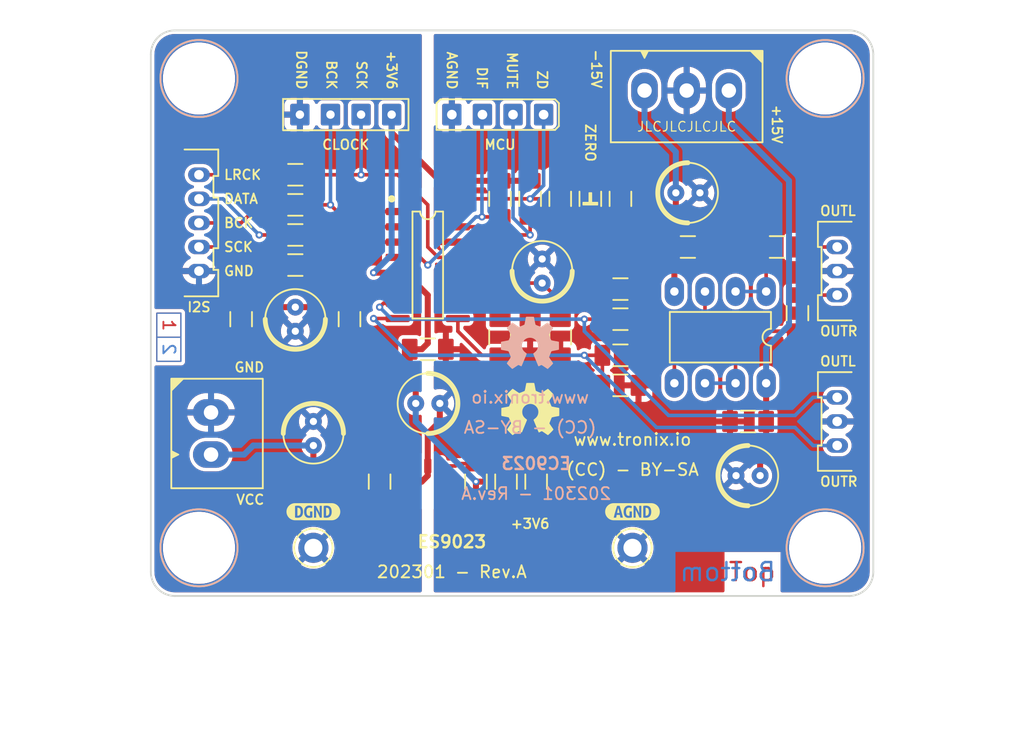
<source format=kicad_pcb>
(kicad_pcb (version 20211014) (generator pcbnew)
  (title_block (title "ES9023") (date "01/2023") (rev "A"))
  (layers (0 "F.Cu" signal) (31 "B.Cu" signal) (34 "B.Paste" user) (35 "F.Paste" user) (36 "B.SilkS" user "B.Silkscreen") (37 "F.SilkS" user "F.Silkscreen") (38 "B.Mask" user) (39 "F.Mask" user) (44 "Edge.Cuts" user))
  (net 0 "")
  (net 1 "VCC")
  (net 2 "Net-(C1-Pad2)")
  (net 3 "Net-(LED1-Pad2)")
  (net 4 "/LRCK")
  (net 5 "/DATA")
  (net 6 "SCK")
  (net 7 "BCK")
  (net 9 "Net-(C1-Pad1)")
  (net 10 "Net-(C3-Pad1)")
  (net 11 "AGND")
  (net 12 "+3V6")
  (net 13 "/OUTL")
  (net 14 "/OUTR")
  (net 15 "+15V")
  (net 16 "-15V")
  (net 17 "Net-(K1-Pad1)")
  (net 18 "Net-(K1-Pad2)")
  (net 19 "Net-(K1-Pad3)")
  (net 20 "Net-(K1-Pad4)")
  (net 21 "Net-(K3-Pad1)")
  (net 22 "Net-(K3-Pad3)")
  (net 23 "Net-(R6-Pad2)")
  (net 24 "Net-(R8-Pad1)")
  (net 25 "Net-(R10-Pad1)")
  (net 26 "Net-(R13-Pad2)")
  (net 27 "Net-(R9-Pad2)")
  (net 28 "/~{MUTE}")
  (net 29 "/DIF")
  (net 30 "/ZD")
  (footprint "tronixio:MOLEX-532530370" (layer "F.Cu") (at 178 88 -90)
    (fp_text reference "K5" hide)
    (fp_text value "OUT 2")
    (pad "1" thru_hole oval (at 4 0 270) (size 1.2 1.8) (drill 0.8) (layers *.Cu *.Mask) (net 14 "/OUTR"))
    (pad "2" thru_hole oval (at 2 0 270) (size 1.2 1.8) (drill 0.8) (layers *.Cu *.Mask) (net 11 "AGND"))
    (pad "3" thru_hole oval (at 0 0 270) (size 1.2 1.8) (drill 0.8) (layers *.Cu *.Mask) (net 13 "/OUTL"))
  )
  (footprint "tronixio:KEYSTONE-5006" (layer "F.Cu") (at 134.5 100.5)
    (fp_text reference "TP1" hide)
    (fp_text value "GND")
    (pad "1" thru_hole circle (at 0 0) (size 2.5 2.5) (drill 1.5) (layers *.Cu *.Mask) (net 11 "AGND"))
  )
  (footprint "tronixio:RESISTOR-SMD-1206" (layer "F.Cu") (at 133 69.5)
    (fp_text reference "R3" hide)
    (fp_text value "10Ω")
    (pad "1" smd roundrect (at -1.5 0) (size 1.3 1.75) (layers "F.Cu" "F.Paste" "F.Mask") (roundrect_rratio 0.1) (net 17 "Net-(K1-Pad1)"))
    (pad "2" smd roundrect (at 1.5 0) (size 1.3 1.75) (layers "F.Cu" "F.Paste" "F.Mask") (roundrect_rratio 0.1) (net 6 "SCK"))
  )
  (footprint "tronixio:HARWIN-M20-999044x" (layer "F.Cu") (at 146 64.5 90)
    (fp_text reference "K2" hide)
    (fp_text value "MCU")
    (pad "1" thru_hole roundrect (at 0 0 90) (size 1.8 1.6) (drill 0.8) (layers *.Mask "F.Cu" "In1.Cu" "B.Cu") (roundrect_rratio 0.1) (net 11 "AGND"))
    (pad "2" thru_hole roundrect (at 0 2.54 90) (size 1.8 1.6) (drill 0.8) (layers *.Mask "F.Cu" "In1.Cu" "B.Cu") (roundrect_rratio 0.1) (net 29 "/DIF"))
    (pad "3" thru_hole roundrect (at 0 5.08 90) (size 1.8 1.6) (drill 0.8) (layers *.Mask "F.Cu" "In1.Cu" "B.Cu") (roundrect_rratio 0.1) (net 28 "/~{MUTE}"))
    (pad "4" thru_hole roundrect (at 0 7.62 90) (size 1.8 1.6) (drill 0.8) (layers *.Mask "F.Cu" "In1.Cu" "B.Cu") (roundrect_rratio 0.1) (net 30 "/ZD"))
  )
  (footprint "tronixio:MOUNTING-HOLE-3MM-MASK" (layer "F.Cu") (at 125 100.5)
    (fp_text reference "H1" hide)
    (fp_text value "MOUNTING-HOLE-3MM-MASK" hide)
    (pad "" np_thru_hole circle (at 0 0) (size 3 3) (drill 3) (layers F&B.Cu *.Mask) (clearance 1.5))
  )
  (footprint "tronixio:RESISTOR-SMD-1206" (layer "F.Cu") (at 160 81.5)
    (fp_text reference "R6" hide)
    (fp_text value "100Ω")
    (pad "1" smd roundrect (at -1.5 0) (size 1.3 1.75) (layers "F.Cu" "F.Paste" "F.Mask") (roundrect_rratio 0.1) (net 13 "/OUTL"))
    (pad "2" smd roundrect (at 1.5 0) (size 1.3 1.75) (layers "F.Cu" "F.Paste" "F.Mask") (roundrect_rratio 0.1) (net 23 "Net-(R6-Pad2)"))
  )
  (footprint "tronixio:CAPACITOR-SMD-1206" (layer "F.Cu") (at 160 79)
    (fp_text reference "C10" hide)
    (fp_text value "4n7")
    (pad "1" smd roundrect (at -1.5 0) (size 1.3 1.75) (layers "F.Cu" "F.Paste" "F.Mask") (roundrect_rratio 0.1) (net 13 "/OUTL"))
    (pad "2" smd roundrect (at 1.5 0) (size 1.3 1.75) (layers "F.Cu" "F.Paste" "F.Mask") (roundrect_rratio 0.1) (net 11 "AGND"))
  )
  (footprint "tronixio:CAPACITOR-SMD-1206" (layer "F.Cu") (at 140 95 90)
    (fp_text reference "C17" hide)
    (fp_text value "1µ")
    (pad "1" smd roundrect (at -1.5 0 90) (size 1.3 1.75) (layers "F.Cu" "F.Paste" "F.Mask") (roundrect_rratio 0.1) (net 1 "VCC"))
    (pad "2" smd roundrect (at 1.5 0 90) (size 1.3 1.75) (layers "F.Cu" "F.Paste" "F.Mask") (roundrect_rratio 0.1) (net 11 "AGND"))
  )
  (footprint "tronixio:RESISTOR-SMD-1206" (layer "F.Cu") (at 174.7 81 90)
    (fp_text reference "R10" hide)
    (fp_text value "100Ω")
    (pad "1" smd roundrect (at -1.5 0 90) (size 1.3 1.75) (layers "F.Cu" "F.Paste" "F.Mask") (roundrect_rratio 0.1) (net 25 "Net-(R10-Pad1)"))
    (pad "2" smd roundrect (at 1.5 0 90) (size 1.3 1.75) (layers "F.Cu" "F.Paste" "F.Mask") (roundrect_rratio 0.1) (net 21 "Net-(K3-Pad1)"))
  )
  (footprint "tronixio:CAPACITOR-SMD-1206" (layer "F.Cu") (at 165.6 75.5 180)
    (fp_text reference "C15" hide)
    (fp_text value "100n")
    (pad "1" smd roundrect (at -1.5 0 180) (size 1.3 1.75) (layers "F.Cu" "F.Paste" "F.Mask") (roundrect_rratio 0.1) (net 11 "AGND"))
    (pad "2" smd roundrect (at 1.5 0 180) (size 1.3 1.75) (layers "F.Cu" "F.Paste" "F.Mask") (roundrect_rratio 0.1) (net 16 "-15V"))
  )
  (footprint "tronixio:CAPACITOR-SMD-1206" (layer "F.Cu") (at 155 71.5 90)
    (fp_text reference "C2" hide)
    (fp_text value "2µ2")
    (pad "1" smd roundrect (at -1.5 0 90) (size 1.3 1.75) (layers "F.Cu" "F.Paste" "F.Mask") (roundrect_rratio 0.1) (net 28 "/~{MUTE}"))
    (pad "2" smd roundrect (at 1.5 0 90) (size 1.3 1.75) (layers "F.Cu" "F.Paste" "F.Mask") (roundrect_rratio 0.1) (net 11 "AGND"))
  )
  (footprint "tronixio:CAPACITOR-SMD-1206" (layer "F.Cu") (at 155 83 -90)
    (fp_text reference "C4" hide)
    (fp_text value "1µ")
    (pad "1" smd roundrect (at -1.5 0 270) (size 1.3 1.75) (layers "F.Cu" "F.Paste" "F.Mask") (roundrect_rratio 0.1) (net 10 "Net-(C3-Pad1)"))
    (pad "2" smd roundrect (at 1.5 0 270) (size 1.3 1.75) (layers "F.Cu" "F.Paste" "F.Mask") (roundrect_rratio 0.1) (net 11 "AGND"))
  )
  (footprint "tronixio:CAPACITOR-SMD-1206" (layer "F.Cu") (at 170.6 90 180)
    (fp_text reference "C13" hide)
    (fp_text value "100n")
    (pad "1" smd roundrect (at -1.5 0 180) (size 1.3 1.75) (layers "F.Cu" "F.Paste" "F.Mask") (roundrect_rratio 0.1) (net 15 "+15V"))
    (pad "2" smd roundrect (at 1.5 0 180) (size 1.3 1.75) (layers "F.Cu" "F.Paste" "F.Mask") (roundrect_rratio 0.1) (net 11 "AGND"))
  )
  (footprint "tronixio:CAPACITOR-SMD-1206" (layer "F.Cu") (at 137.5 81.5 -90)
    (fp_text reference "C6" hide)
    (fp_text value "100n")
    (pad "1" smd roundrect (at -1.5 0 270) (size 1.3 1.75) (layers "F.Cu" "F.Paste" "F.Mask") (roundrect_rratio 0.1) (net 12 "+3V6"))
    (pad "2" smd roundrect (at 1.5 0 270) (size 1.3 1.75) (layers "F.Cu" "F.Paste" "F.Mask") (roundrect_rratio 0.1) (net 11 "AGND"))
  )
  (footprint "tronixio:CAPACITOR-ELECTROLYTIC-RADIAL-050-110-020-WURTH" (layer "F.Cu") (at 153.5 77.5 -90)
    (fp_text reference "C5" hide)
    (fp_text value "10µ")
    (pad "1" thru_hole circle (at -1 0 270) (size 1.4 1.4) (drill 0.6) (layers *.Cu *.Mask) (net 11 "AGND"))
    (pad "2" thru_hole circle (at 1 0 270) (size 1.4 1.4) (drill 0.6) (layers *.Cu *.Mask) (net 10 "Net-(C3-Pad1)"))
  )
  (footprint "tronixio:CAPACITOR-SMD-1206" (layer "F.Cu") (at 150 83 -90)
    (fp_text reference "C1" hide)
    (fp_text value "1µ")
    (pad "1" smd roundrect (at -1.5 0 270) (size 1.3 1.75) (layers "F.Cu" "F.Paste" "F.Mask") (roundrect_rratio 0.1) (net 9 "Net-(C1-Pad1)"))
    (pad "2" smd roundrect (at 1.5 0 270) (size 1.3 1.75) (layers "F.Cu" "F.Paste" "F.Mask") (roundrect_rratio 0.1) (net 2 "Net-(C1-Pad2)"))
  )
  (footprint "tronixio:RESISTOR-SMD-1206" (layer "F.Cu") (at 150 71.5 -90)
    (fp_text reference "R2" hide)
    (fp_text value "10K")
    (pad "1" smd roundrect (at -1.5 0 270) (size 1.3 1.75) (layers "F.Cu" "F.Paste" "F.Mask") (roundrect_rratio 0.1) (net 12 "+3V6"))
    (pad "2" smd roundrect (at 1.5 0 270) (size 1.3 1.75) (layers "F.Cu" "F.Paste" "F.Mask") (roundrect_rratio 0.1) (net 29 "/DIF"))
  )
  (footprint "tronixio:CAPACITOR-ELECTROLYTIC-RADIAL-050-110-020-WURTH" (layer "F.Cu") (at 144 88.5)
    (fp_text reference "C9" hide)
    (fp_text value "10µ")
    (pad "1" thru_hole circle (at -1 0) (size 1.4 1.4) (drill 0.6) (layers *.Cu *.Mask) (net 12 "+3V6"))
    (pad "2" thru_hole circle (at 1 0) (size 1.4 1.4) (drill 0.6) (layers *.Cu *.Mask) (net 11 "AGND"))
  )
  (footprint "tronixio:SOT-23-5" (layer "F.Cu") (at 144 95 -90)
    (fp_text reference "U3" hide)
    (fp_text value "BD900N1G")
    (pad "1" smd roundrect (at -1.3 -0.95 270) (size 1.2 0.6) (layers "F.Cu" "F.Paste" "F.Mask") (roundrect_rratio 0.15) (net 26 "Net-(R13-Pad2)"))
    (pad "2" smd roundrect (at -1.3 0 270) (size 1.2 0.6) (layers "F.Cu" "F.Paste" "F.Mask") (roundrect_rratio 0.15) (net 11 "AGND"))
    (pad "3" smd roundrect (at -1.3 0.95 270) (size 1.2 0.6) (layers "F.Cu" "F.Paste" "F.Mask") (roundrect_rratio 0.15))
    (pad "4" smd roundrect (at 1.3 0.95 270) (size 1.2 0.6) (layers "F.Cu" "F.Paste" "F.Mask") (roundrect_rratio 0.15) (net 1 "VCC"))
    (pad "5" smd roundrect (at 1.3 -0.95 270) (size 1.2 0.6) (layers "F.Cu" "F.Paste" "F.Mask") (roundrect_rratio 0.15) (net 12 "+3V6"))
  )
  (footprint "tronixio:SOP-16" (layer "F.Cu") (at 144 77)
    (fp_text reference "U1" hide)
    (fp_text value "ES9023")
    (pad "1" smd roundrect (at -2.5 -4.445) (size 2 0.6) (layers "F.Cu" "F.Paste" "F.Mask") (roundrect_rratio 0.2) (net 7 "BCK"))
    (pad "2" smd roundrect (at -2.5 -3.175) (size 2 0.6) (layers "F.Cu" "F.Paste" "F.Mask") (roundrect_rratio 0.2) (net 4 "/LRCK"))
    (pad "3" smd roundrect (at -2.5 -1.905) (size 2 0.6) (layers "F.Cu" "F.Paste" "F.Mask") (roundrect_rratio 0.2) (net 5 "/DATA"))
    (pad "4" smd roundrect (at -2.5 -0.635) (size 2 0.6) (layers "F.Cu" "F.Paste" "F.Mask") (roundrect_rratio 0.2) (net 29 "/DIF"))
    (pad "5" smd roundrect (at -2.5 0.635) (size 2 0.6) (layers "F.Cu" "F.Paste" "F.Mask") (roundrect_rratio 0.2) (net 12 "+3V6"))
    (pad "6" smd roundrect (at -2.5 1.905) (size 2 0.6) (layers "F.Cu" "F.Paste" "F.Mask") (roundrect_rratio 0.2) (net 12 "+3V6"))
    (pad "7" smd roundrect (at -2.5 3.175) (size 2 0.6) (layers "F.Cu" "F.Paste" "F.Mask") (roundrect_rratio 0.2) (net 13 "/OUTL"))
    (pad "8" smd roundrect (at -2.5 4.445) (size 2 0.6) (layers "F.Cu" "F.Paste" "F.Mask") (roundrect_rratio 0.2) (net 14 "/OUTR"))
    (pad "9" smd roundrect (at 2.5 4.445) (size 2 0.6) (layers "F.Cu" "F.Paste" "F.Mask") (roundrect_rratio 0.2) (net 2 "Net-(C1-Pad2)"))
    (pad "10" smd roundrect (at 2.5 3.175) (size 2 0.6) (layers "F.Cu" "F.Paste" "F.Mask") (roundrect_rratio 0.2) (net 9 "Net-(C1-Pad1)"))
    (pad "11" smd roundrect (at 2.5 1.905) (size 2 0.6) (layers "F.Cu" "F.Paste" "F.Mask") (roundrect_rratio 0.2) (net 10 "Net-(C3-Pad1)"))
    (pad "12" smd roundrect (at 2.5 0.635) (size 2 0.6) (layers "F.Cu" "F.Paste" "F.Mask") (roundrect_rratio 0.2) (net 11 "AGND"))
    (pad "13" smd roundrect (at 2.5 -0.635) (size 2 0.6) (layers "F.Cu" "F.Paste" "F.Mask") (roundrect_rratio 0.2) (net 6 "SCK"))
    (pad "14" smd roundrect (at 2.5 -1.905) (size 2 0.6) (layers "F.Cu" "F.Paste" "F.Mask") (roundrect_rratio 0.2) (net 11 "AGND"))
    (pad "15" smd roundrect (at 2.5 -3.175) (size 2 0.6) (layers "F.Cu" "F.Paste" "F.Mask") (roundrect_rratio 0.2) (net 28 "/~{MUTE}"))
    (pad "16" smd roundrect (at 2.5 -4.445) (size 2 0.6) (layers "F.Cu" "F.Paste" "F.Mask") (roundrect_rratio 0.2) (net 30 "/ZD"))
  )
  (footprint "tronixio:CAPACITOR-SMD-1206" (layer "F.Cu") (at 144 84)
    (fp_text reference "C8" hide)
    (fp_text value "100n")
    (pad "1" smd roundrect (at -1.5 0) (size 1.3 1.75) (layers "F.Cu" "F.Paste" "F.Mask") (roundrect_rratio 0.1) (net 12 "+3V6"))
    (pad "2" smd roundrect (at 1.5 0) (size 1.3 1.75) (layers "F.Cu" "F.Paste" "F.Mask") (roundrect_rratio 0.1) (net 11 "AGND"))
  )
  (footprint "tronixio:RESISTOR-SMD-1206" (layer "F.Cu") (at 150.5 95 -90)
    (fp_text reference "R14" hide)
    (fp_text value "10K")
    (pad "1" smd roundrect (at -1.5 0 270) (size 1.3 1.75) (layers "F.Cu" "F.Paste" "F.Mask") (roundrect_rratio 0.1) (net 26 "Net-(R13-Pad2)"))
    (pad "2" smd roundrect (at 1.5 0 270) (size 1.3 1.75) (layers "F.Cu" "F.Paste" "F.Mask") (roundrect_rratio 0.1) (net 11 "AGND"))
  )
  (footprint "tronixio:CAPACITOR-ELECTROLYTIC-RADIAL-050-110-020-WURTH" (layer "F.Cu") (at 170.6 94.5 180)
    (fp_text reference "C12" hide)
    (fp_text value "47µ")
    (pad "1" thru_hole circle (at -1 0 180) (size 1.4 1.4) (drill 0.6) (layers *.Cu *.Mask) (net 15 "+15V"))
    (pad "2" thru_hole circle (at 1 0 180) (size 1.4 1.4) (drill 0.6) (layers *.Cu *.Mask) (net 11 "AGND"))
  )
  (footprint "tronixio:LED-SMD-1206" (layer "F.Cu") (at 157.5 71.5 -90)
    (fp_text reference "LED1" hide)
    (fp_text value "Zero")
    (pad "1" smd roundrect (at -1.5 0 270) (size 1.3 1.75) (layers "F.Cu" "F.Paste" "F.Mask") (roundrect_rratio 0.1) (net 11 "AGND"))
    (pad "2" smd roundrect (at 1.5 0 270) (size 1.3 1.75) (layers "F.Cu" "F.Paste" "F.Mask") (roundrect_rratio 0.1) (net 3 "Net-(LED1-Pad2)"))
  )
  (footprint "tronixio:RESISTOR-SMD-1206" (layer "F.Cu") (at 133 72)
    (fp_text reference "R5" hide)
    (fp_text value "27Ω")
    (pad "1" smd roundrect (at -1.5 0) (size 1.3 1.75) (layers "F.Cu" "F.Paste" "F.Mask") (roundrect_rratio 0.1) (net 19 "Net-(K1-Pad3)"))
    (pad "2" smd roundrect (at 1.5 0) (size 1.3 1.75) (layers "F.Cu" "F.Paste" "F.Mask") (roundrect_rratio 0.1) (net 7 "BCK"))
  )
  (footprint "tronixio:CAPACITOR-SMD-1206" (layer "F.Cu") (at 160 87)
    (fp_text reference "C11" hide)
    (fp_text value "4n7")
    (pad "1" smd roundrect (at -1.5 0) (size 1.3 1.75) (layers "F.Cu" "F.Paste" "F.Mask") (roundrect_rratio 0.1) (net 14 "/OUTR"))
    (pad "2" smd roundrect (at 1.5 0) (size 1.3 1.75) (layers "F.Cu" "F.Paste" "F.Mask") (roundrect_rratio 0.1) (net 11 "AGND"))
  )
  (footprint "tronixio:MOUNTING-HOLE-3MM-MASK" (layer "F.Cu") (at 125 61.5)
    (fp_text reference "H4" hide)
    (fp_text value "MOUNTING-HOLE-3MM-MASK" hide)
    (pad "" np_thru_hole circle (at 0 0) (size 3 3) (drill 3) (layers F&B.Cu *.Mask) (clearance 1.5))
  )
  (footprint "tronixio:RESISTOR-SMD-1206" (layer "F.Cu") (at 148 95 90)
    (fp_text reference "R13" hide)
    (fp_text value "45K3")
    (pad "1" smd roundrect (at -1.5 0 90) (size 1.3 1.75) (layers "F.Cu" "F.Paste" "F.Mask") (roundrect_rratio 0.1) (net 12 "+3V6"))
    (pad "2" smd roundrect (at 1.5 0 90) (size 1.3 1.75) (layers "F.Cu" "F.Paste" "F.Mask") (roundrect_rratio 0.1) (net 26 "Net-(R13-Pad2)"))
  )
  (footprint "tronixio:RESISTOR-SMD-1206" (layer "F.Cu") (at 133 77)
    (fp_text reference "R7" hide)
    (fp_text value "27Ω")
    (pad "1" smd roundrect (at -1.5 0) (size 1.3 1.75) (layers "F.Cu" "F.Paste" "F.Mask") (roundrect_rratio 0.1) (net 20 "Net-(K1-Pad4)"))
    (pad "2" smd roundrect (at 1.5 0) (size 1.3 1.75) (layers "F.Cu" "F.Paste" "F.Mask") (roundrect_rratio 0.1) (net 5 "/DATA"))
  )
  (footprint "tronixio:MOLEX-532580229" (layer "F.Cu") (at 126 92.75 90)
    (fp_text reference "K7" hide)
    (fp_text value "VCC")
    (pad "1" thru_hole oval (at 0 0 90) (size 2.2 3) (drill 1.2) (layers *.Cu *.Mask) (net 1 "VCC"))
    (pad "2" thru_hole oval (at 3.5 0 90) (size 2.2 3) (drill 1.2) (layers *.Cu *.Mask) (net 11 "AGND"))
  )
  (footprint "tronixio:MOLEX-532530570" (layer "F.Cu") (at 125 77.5 90)
    (fp_text reference "K1" hide)
    (fp_text value "I2S")
    (pad "1" thru_hole oval (at 8 0 90) (size 1.2 1.8) (drill 0.8) (layers *.Cu *.Mask) (net 17 "Net-(K1-Pad1)"))
    (pad "2" thru_hole oval (at 6 0 90) (size 1.2 1.8) (drill 0.8) (layers *.Cu *.Mask) (net 18 "Net-(K1-Pad2)"))
    (pad "3" thru_hole oval (at 4 0 90) (size 1.2 1.8) (drill 0.8) (layers *.Cu *.Mask) (net 19 "Net-(K1-Pad3)"))
    (pad "4" thru_hole oval (at 2 0 90) (size 1.2 1.8) (drill 0.8) (layers *.Cu *.Mask) (net 20 "Net-(K1-Pad4)"))
    (pad "5" thru_hole oval (at 0 0 90) (size 1.2 1.8) (drill 0.8) (layers *.Cu *.Mask) (net 11 "AGND"))
  )
  (footprint "tronixio:RESISTOR-SMD-1206" (layer "F.Cu") (at 160 71.5 -90)
    (fp_text reference "R11" hide)
    (fp_text value "4K7")
    (pad "1" smd roundrect (at -1.5 0 270) (size 1.3 1.75) (layers "F.Cu" "F.Paste" "F.Mask") (roundrect_rratio 0.1) (net 30 "/ZD"))
    (pad "2" smd roundrect (at 1.5 0 270) (size 1.3 1.75) (layers "F.Cu" "F.Paste" "F.Mask") (roundrect_rratio 0.1) (net 3 "Net-(LED1-Pad2)"))
  )
  (footprint "tronixio:MOLEX-532530370" (layer "F.Cu") (at 178 75.5 -90)
    (fp_text reference "K3" hide)
    (fp_text value "OUT 1")
    (pad "1" thru_hole oval (at 4 0 270) (size 1.2 1.8) (drill 0.8) (layers *.Cu *.Mask) (net 21 "Net-(K3-Pad1)"))
    (pad "2" thru_hole oval (at 2 0 270) (size 1.2 1.8) (drill 0.8) (layers *.Cu *.Mask) (net 11 "AGND"))
    (pad "3" thru_hole oval (at 0 0 270) (size 1.2 1.8) (drill 0.8) (layers *.Cu *.Mask) (net 22 "Net-(K3-Pad3)"))
  )
  (footprint "kibuzzard-63CBA350" (layer "F.Cu") (at 134.5 97.5)
    (fp_text reference "kibuzzard-63CBA350" hide)
    (fp_text value "G***" hide)
  )
  (footprint "tronixio:CAPACITOR-SMD-1206" (layer "F.Cu") (at 153 95 90)
    (fp_text reference "C18" hide)
    (fp_text value "1µ")
    (pad "1" smd roundrect (at -1.5 0 90) (size 1.3 1.75) (layers "F.Cu" "F.Paste" "F.Mask") (roundrect_rratio 0.1) (net 12 "+3V6"))
    (pad "2" smd roundrect (at 1.5 0 90) (size 1.3 1.75) (layers "F.Cu" "F.Paste" "F.Mask") (roundrect_rratio 0.1) (net 11 "AGND"))
  )
  (footprint "tronixio:MOLEX-532580329" (layer "F.Cu") (at 162 62.5)
    (fp_text reference "K6" hide)
    (fp_text value "15V")
    (pad "1" thru_hole oval (at 0 0) (size 2.2 3) (drill 1.2) (layers *.Cu *.Mask) (net 16 "-15V"))
    (pad "2" thru_hole oval (at 3.5 0) (size 2.2 3) (drill 1.2) (layers *.Cu *.Mask) (net 11 "AGND"))
    (pad "3" thru_hole oval (at 7 0) (size 2.2 3) (drill 1.2) (layers *.Cu *.Mask) (net 15 "+15V"))
  )
  (footprint "tronixio:CAPACITOR-SMD-1206" (layer "F.Cu") (at 152.5 83 -90)
    (fp_text reference "C3" hide)
    (fp_text value "100n")
    (pad "1" smd roundrect (at -1.5 0 270) (size 1.3 1.75) (layers "F.Cu" "F.Paste" "F.Mask") (roundrect_rratio 0.1) (net 10 "Net-(C3-Pad1)"))
    (pad "2" smd roundrect (at 1.5 0 270) (size 1.3 1.75) (layers "F.Cu" "F.Paste" "F.Mask") (roundrect_rratio 0.1) (net 11 "AGND"))
  )
  (footprint "tronixio:RESISTOR-SMD-1206" (layer "F.Cu") (at 173 75.5)
    (fp_text reference "R8" hide)
    (fp_text value "100Ω")
    (pad "1" smd roundrect (at -1.5 0) (size 1.3 1.75) (layers "F.Cu" "F.Paste" "F.Mask") (roundrect_rratio 0.1) (net 24 "Net-(R8-Pad1)"))
    (pad "2" smd roundrect (at 1.5 0) (size 1.3 1.75) (layers "F.Cu" "F.Paste" "F.Mask") (roundrect_rratio 0.1) (net 22 "Net-(K3-Pad3)"))
  )
  (footprint "kibuzzard-63CAF235" (layer "F.Cu") (at 161 97.5)
    (fp_text reference "kibuzzard-63CAF235" hide)
    (fp_text value "G***" hide)
  )
  (footprint "tronixio:DIP-08-W762" (layer "F.Cu") (at 172.1 79.2 -90)
    (fp_text reference "U2" hide)
    (fp_text value "NE5532")
    (pad "1" thru_hole oval (at 0 0 270) (size 2.4 1.6) (drill 0.7) (layers *.Cu *.Mask) (net 24 "Net-(R8-Pad1)"))
    (pad "2" thru_hole oval (at 0 2.54 270) (size 2.4 1.6) (drill 0.7) (layers *.Cu *.Mask) (net 24 "Net-(R8-Pad1)"))
    (pad "3" thru_hole oval (at 0 5.08 270) (size 2.4 1.6) (drill 0.7) (layers *.Cu *.Mask) (net 23 "Net-(R6-Pad2)"))
    (pad "4" thru_hole oval (at 0 7.62 270) (size 2.4 1.6) (drill 0.7) (layers *.Cu *.Mask) (net 16 "-15V"))
    (pad "5" thru_hole oval (at 7.62 7.62 270) (size 2.4 1.6) (drill 0.7) (layers *.Cu *.Mask) (net 27 "Net-(R9-Pad2)"))
    (pad "6" thru_hole oval (at 7.62 5.08 270) (size 2.4 1.6) (drill 0.7) (layers *.Cu *.Mask) (net 25 "Net-(R10-Pad1)"))
    (pad "7" thru_hole oval (at 7.62 2.54 270) (size 2.4 1.6) (drill 0.7) (layers *.Cu *.Mask) (net 25 "Net-(R10-Pad1)"))
    (pad "8" thru_hole oval (at 7.62 0 270) (size 2.4 1.6) (drill 0.7) (layers *.Cu *.Mask) (net 15 "+15V"))
  )
  (footprint "tronixio:RESISTOR-SMD-1206" (layer "F.Cu") (at 160 84.5)
    (fp_text reference "R9" hide)
    (fp_text value "100Ω")
    (pad "1" smd roundrect (at -1.5 0) (size 1.3 1.75) (layers "F.Cu" "F.Paste" "F.Mask") (roundrect_rratio 0.1) (net 14 "/OUTR"))
    (pad "2" smd roundrect (at 1.5 0) (size 1.3 1.75) (layers "F.Cu" "F.Paste" "F.Mask") (roundrect_rratio 0.1) (net 27 "Net-(R9-Pad2)"))
  )
  (footprint "tronixio:OSHW-5MM" (layer "F.Cu") (at 152.5 89)
    (fp_text reference "G***" hide)
    (fp_text value "LOGO" hide)
  )
  (footprint "tronixio:RESISTOR-SMD-1206" (layer "F.Cu") (at 128.5 81.5 -90)
    (fp_text reference "R12" hide)
    (fp_text value "130K")
    (pad "1" smd roundrect (at -1.5 0 270) (size 1.3 1.75) (layers "F.Cu" "F.Paste" "F.Mask") (roundrect_rratio 0.1) (net 12 "+3V6"))
    (pad "2" smd roundrect (at 1.5 0 270) (size 1.3 1.75) (layers "F.Cu" "F.Paste" "F.Mask") (roundrect_rratio 0.1) (net 11 "AGND"))
  )
  (footprint "tronixio:MOUNTING-HOLE-3MM-MASK" (layer "F.Cu") (at 177 100.5)
    (fp_text reference "H2" hide)
    (fp_text value "MOUNTING-HOLE-3MM-MASK" hide)
    (pad "" np_thru_hole circle (at 0 0) (size 3 3) (drill 3) (layers F&B.Cu *.Mask) (clearance 1.5))
  )
  (footprint "tronixio:RESISTOR-SMD-1206" (layer "F.Cu") (at 152.5 71.5 -90)
    (fp_text reference "R1" hide)
    (fp_text value "100K")
    (pad "1" smd roundrect (at -1.5 0 270) (size 1.3 1.75) (layers "F.Cu" "F.Paste" "F.Mask") (roundrect_rratio 0.1) (net 12 "+3V6"))
    (pad "2" smd roundrect (at 1.5 0 270) (size 1.3 1.75) (layers "F.Cu" "F.Paste" "F.Mask") (roundrect_rratio 0.1) (net 28 "/~{MUTE}"))
  )
  (footprint "tronixio:RESISTOR-SMD-1206" (layer "F.Cu") (at 133 74.5)
    (fp_text reference "R4" hide)
    (fp_text value "27Ω")
    (pad "1" smd roundrect (at -1.5 0) (size 1.3 1.75) (layers "F.Cu" "F.Paste" "F.Mask") (roundrect_rratio 0.1) (net 18 "Net-(K1-Pad2)"))
    (pad "2" smd roundrect (at 1.5 0) (size 1.3 1.75) (layers "F.Cu" "F.Paste" "F.Mask") (roundrect_rratio 0.1) (net 4 "/LRCK"))
  )
  (footprint "tronixio:CAPACITOR-ELECTROLYTIC-RADIAL-050-110-020-WURTH" (layer "F.Cu") (at 133 81.5 -90)
    (fp_text reference "C7" hide)
    (fp_text value "10µ")
    (pad "1" thru_hole circle (at -1 0 270) (size 1.4 1.4) (drill 0.6) (layers *.Cu *.Mask) (net 12 "+3V6"))
    (pad "2" thru_hole circle (at 1 0 270) (size 1.4 1.4) (drill 0.6) (layers *.Cu *.Mask) (net 11 "AGND"))
  )
  (footprint "tronixio:KEYSTONE-5006" (layer "F.Cu") (at 161 100.5)
    (fp_text reference "TP2" hide)
    (fp_text value "GND")
    (pad "1" thru_hole circle (at 0 0) (size 2.5 2.5) (drill 1.5) (layers *.Cu *.Mask) (net 11 "AGND"))
  )
  (footprint "tronixio:MOUNTING-HOLE-3MM-MASK" (layer "F.Cu") (at 177 61.5)
    (fp_text reference "H3" hide)
    (fp_text value "MOUNTING-HOLE-3MM-MASK" hide)
    (pad "" np_thru_hole circle (at 0 0) (size 3 3) (drill 3) (layers F&B.Cu *.Mask) (clearance 1.5))
  )
  (footprint "tronixio:CAPACITOR-ELECTROLYTIC-RADIAL-050-110-020-WURTH" (layer "F.Cu") (at 165.6 71 180)
    (fp_text reference "C14" hide)
    (fp_text value "47µ")
    (pad "1" thru_hole circle (at -1 0 180) (size 1.4 1.4) (drill 0.6) (layers *.Cu *.Mask) (net 11 "AGND"))
    (pad "2" thru_hole circle (at 1 0 180) (size 1.4 1.4) (drill 0.6) (layers *.Cu *.Mask) (net 16 "-15V"))
  )
  (footprint "tronixio:HARWIN-M20-782044x" (layer "F.Cu") (at 141 64.5 -90)
    (fp_text reference "K4" hide)
    (fp_text value "CLOCK")
    (pad "1" thru_hole roundrect (at 0 0 270) (size 1.8 1.6) (drill 0.7) (layers *.Cu *.Mask) (roundrect_rratio 0.1) (net 12 "+3V6"))
    (pad "2" thru_hole roundrect (at 0 2.54 270) (size 1.8 1.6) (drill 0.7) (layers *.Cu *.Mask) (roundrect_rratio 0.1) (net 6 "SCK"))
    (pad "3" thru_hole roundrect (at 0 5.08 270) (size 1.8 1.6) (drill 0.7) (layers *.Cu *.Mask) (roundrect_rratio 0.1) (net 7 "BCK"))
    (pad "4" thru_hole roundrect (at 0 7.62 270) (size 1.8 1.6) (drill 0.7) (layers *.Cu *.Mask) (roundrect_rratio 0.1) (net 11 "AGND"))
  )
  (footprint "tronixio:CAPACITOR-ELECTROLYTIC-RADIAL-050-110-020-WURTH" (layer "F.Cu") (at 134.5 91 90)
    (fp_text reference "C16" hide)
    (fp_text value "47µ")
    (pad "1" thru_hole circle (at -1 0 90) (size 1.4 1.4) (drill 0.6) (layers *.Cu *.Mask) (net 1 "VCC"))
    (pad "2" thru_hole circle (at 1 0 90) (size 1.4 1.4) (drill 0.6) (layers *.Cu *.Mask) (net 11 "AGND"))
  )
  (footprint "tronixio:OSHW-5MM" (layer "B.Cu") (at 152.5 83.5 180)
    (fp_text reference "G***" hide)
    (fp_text value "LOGO" hide)
  )
  (gr_line (start 121.5 83) (end 123.5 83) (layer "F.Cu") (width 0.1))
  (gr_rect (start 121.5 81) (end 123.5 85) (layer "F.Cu") (width 0.1) (fill none))
  (gr_line (start 121.5 83) (end 123.5 83) (layer "B.Cu") (width 0.1))
  (gr_rect (start 121.5 81) (end 123.5 85) (layer "B.Cu") (width 0.1) (fill none))
  (gr_circle (center 141 71.5) (end 140.75 71.5) (layer "F.SilkS") (width 0.1) (fill solid))
  (gr_line (start 121 59.5) (end 121 102.5) (layer "Edge.Cuts") (width 0.15))
  (gr_arc (start 181 102.5) (mid 180.414214 103.914214) (end 179 104.5) (layer "Edge.Cuts") (width 0.15))
  (gr_arc (start 123 104.5) (mid 121.585786 103.914214) (end 121 102.5) (layer "Edge.Cuts") (width 0.15))
  (gr_arc locked (start 121 59.5) (mid 121.585786 58.085786) (end 123 57.5) (layer "Edge.Cuts") (width 0.15))
  (gr_arc (start 179 57.5) (mid 180.414214 58.085786) (end 181 59.5) (layer "Edge.Cuts") (width 0.15))
  (gr_line (start 179 57.5) (end 123 57.5) (layer "Edge.Cuts") (width 0.15))
  (gr_line (start 181 102.5) (end 181 59.5) (layer "Edge.Cuts") (width 0.15))
  (gr_line (start 123 104.5) (end 179 104.5) (layer "Edge.Cuts") (width 0.15))
  (gr_text "1" (at 122.5 82 270) (layer "F.Cu") (effects (font (size 1 1))))
  (gr_text "Top" (at 173 102.5) (layer "F.Cu") (effects (font (size 1.5 1.5) (thickness 0.2)) (justify right)))
  (gr_text "Bottom" (at 173 102.5) (layer "B.Cu") (effects (font (size 1.5 1.5) (thickness 0.2)) (justify left mirror)))
  (gr_text "2" (at 122.5 84 270) (layer "B.Cu") (effects (font (size 1 1)) (justify mirror)))
  (gr_text "202301 - Rev.A" (at 153 96) (layer "B.SilkS") (effects (font (size 1 1)) (justify mirror)))
  (gr_text "(CC) - BY-SA" (at 152.5 90.5) (layer "B.SilkS") (effects (font (size 1 1)) (justify mirror)))
  (gr_text "www.tronix.io" (at 152.5 88) (layer "B.SilkS") (effects (font (size 1 1)) (justify mirror)))
  (gr_text "EC9023" (at 153 93.5) (layer "B.SilkS") (effects (font (size 1 1) (thickness 0.2)) (justify mirror)))
  (gr_text "OUTL" (at 176.5 85) (layer "F.SilkS") (effects (font (size 0.8 0.8)) (justify left)))
  (gr_text "SCK" (at 127 75.5) (layer "F.SilkS") (effects (font (size 0.8 0.8)) (justify left)))
  (gr_text "+15V" (at 173 67 270) (layer "F.SilkS") (effects (font (size 0.8 0.8)) (justify right)))
  (gr_text "AGND" (at 146 62.5 270) (layer "F.SilkS") (effects (font (size 0.8 0.8)) (justify right)))
  (gr_text "202301 - Rev.A" (at 146 102.5) (layer "F.SilkS") (effects (font (size 1 1))))
  (gr_text "DATA" (at 127 71.5) (layer "F.SilkS") (effects (font (size 0.8 0.8)) (justify left)))
  (gr_text "OUTR" (at 176.5 95) (layer "F.SilkS") (effects (font (size 0.8 0.8)) (justify left)))
  (gr_text "I2S" (at 125 80.5) (layer "F.SilkS") (effects (font (size 0.8 0.8))))
  (gr_text "DGND" (at 133.5 62.5 270) (layer "F.SilkS") (effects (font (size 0.8 0.8)) (justify right)))
  (gr_text "DIF" (at 148.5 62.5 270) (layer "F.SilkS") (effects (font (size 0.8 0.8)) (justify right)))
  (gr_text "ZERO" (at 157.5 68.5 270) (layer "F.SilkS") (effects (font (size 0.8 0.8)) (justify right)))
  (gr_text "ES9023" (at 146 100) (layer "F.SilkS") (effects (font (size 1 1) (thickness 0.2))))
  (gr_text "OUTR" (at 176.5 82.5) (layer "F.SilkS") (effects (font (size 0.8 0.8)) (justify left)))
  (gr_text "(CC) - BY-SA" (at 161 94) (layer "F.SilkS") (effects (font (size 1 1))))
  (gr_text "GND" (at 127 77.5) (layer "F.SilkS") (effects (font (size 0.8 0.8)) (justify left)))
  (gr_text "VCC" (at 130.5 96.5) (layer "F.SilkS") (effects (font (size 0.8 0.8)) (justify right)))
  (gr_text "www.tronix.io" (at 161 91.5) (layer "F.SilkS") (effects (font (size 1 1))))
  (gr_text "OUTL" (at 176.5 72.5) (layer "F.SilkS") (effects (font (size 0.8 0.8)) (justify left)))
  (gr_text "MCU" (at 150 67) (layer "F.SilkS") (effects (font (size 0.8 0.8))))
  (gr_text "SCK" (at 138.5 62.5 270) (layer "F.SilkS") (effects (font (size 0.8 0.8)) (justify right)))
  (gr_text "+3V6" (at 141 62.5 270) (layer "F.SilkS") (effects (font (size 0.8 0.8)) (justify right)))
  (gr_text "LRCK" (at 127 69.5) (layer "F.SilkS") (effects (font (size 0.8 0.8)) (justify left)))
  (gr_text "JLCJLCJLCJLC" (at 165.5 65.5) (layer "F.SilkS") (effects (font (size 0.8 0.8) (thickness 0.1))))
  (gr_text "BCK" (at 136 62.5 270) (layer "F.SilkS") (effects (font (size 0.8 0.8)) (justify right)))
  (gr_text "CLOCK" (at 137.19 67) (layer "F.SilkS") (effects (font (size 0.8 0.8))))
  (gr_text "ZD" (at 153.5 62.5 270) (layer "F.SilkS") (effects (font (size 0.8 0.8)) (justify right)))
  (gr_text "MUTE" (at 151 62.5 270) (layer "F.SilkS") (effects (font (size 0.8 0.8)) (justify right)))
  (gr_text "GND" (at 130.5 85.5) (layer "F.SilkS") (effects (font (size 0.8 0.8)) (justify right)))
  (gr_text "+3V6" (at 152.5 98.5) (layer "F.SilkS") (effects (font (size 0.8 0.8))))
  (gr_text "-15V" (at 158 59 270) (layer "F.SilkS") (effects (font (size 0.8 0.8)) (justify left)))
  (gr_text "BCK" (at 127 73.5) (layer "F.SilkS") (effects (font (size 0.8 0.8)) (justify left)))
  (segment (start 141.5 96.5) (end 140 96.5) (width 0.5) (layer "F.Cu") (net 1))
  (segment (start 140 96.5) (end 137.5 96.5) (width 0.5) (layer "F.Cu") (net 1))
  (segment (start 141.7 96.3) (end 141.5 96.5) (width 0.5) (layer "F.Cu") (net 1))
  (segment (start 134.5 93.5) (end 134.5 92) (width 0.5) (layer "F.Cu") (net 1))
  (segment (start 143.05 96.3) (end 141.7 96.3) (width 0.5) (layer "F.Cu") (net 1))
  (segment (start 137.5 96.5) (end 134.5 93.5) (width 0.5) (layer "F.Cu") (net 1))
  (segment (start 134.5 92) (end 129.5 92) (width 0.5) (layer "B.Cu") (net 1))
  (segment (start 128.75 92.75) (end 126 92.75) (width 0.5) (layer "B.Cu") (net 1))
  (segment (start 129.5 92) (end 128.75 92.75) (width 0.5) (layer "B.Cu") (net 1))
  (segment (start 150 84.5) (end 148.5 84.5) (width 0.3) (layer "F.Cu") (net 2))
  (segment (start 148.5 84.5) (end 146.5 82.5) (width 0.3) (layer "F.Cu") (net 2))
  (segment (start 146.5 82.5) (end 146.5 81.445) (width 0.3) (layer "F.Cu") (net 2))
  (segment (start 157.5 73) (end 160 73) (width 0.3) (layer "F.Cu") (net 3))
  (segment (start 136.675 73.825) (end 136 74.5) (width 0.3) (layer "F.Cu") (net 4))
  (segment (start 141.5 73.825) (end 136.675 73.825) (width 0.3) (layer "F.Cu") (net 4))
  (segment (start 136 74.5) (end 134.5 74.5) (width 0.3) (layer "F.Cu") (net 4))
  (segment (start 136 77) (end 134.5 77) (width 0.3) (layer "F.Cu") (net 5))
  (segment (start 141.5 75.095) (end 137.905 75.095) (width 0.3) (layer "F.Cu") (net 5))
  (segment (start 137.905 75.095) (end 136 77) (width 0.3) (layer "F.Cu") (net 5))
  (segment (start 144.865 76.365) (end 144 75.5) (width 0.3) (layer "F.Cu") (net 6))
  (segment (start 144 75.5) (end 144 72) (width 0.3) (layer "F.Cu") (net 6))
  (segment (start 146.5 76.365) (end 144.865 76.365) (width 0.3) (layer "F.Cu") (net 6))
  (segment (start 141.5 69.5) (end 134.5 69.5) (width 0.3) (layer "F.Cu") (net 6))
  (segment (start 144 72) (end 141.5 69.5) (width 0.3) (layer "F.Cu") (net 6))
  (via (at 138.46 69.5) (size 0.6) (drill 0.3) (layers "F.Cu" "B.Cu") (net 6))
  (segment (start 138.46 64.5) (end 138.46 69.5) (width 0.3) (layer "B.Cu") (net 6))
  (segment (start 134.5 72) (end 135.92 72) (width 0.3) (layer "F.Cu") (net 7))
  (segment (start 136.475 72.555) (end 141.5 72.555) (width 0.3) (layer "F.Cu") (net 7))
  (segment (start 135.92 72) (end 136.475 72.555) (width 0.3) (layer "F.Cu") (net 7))
  (via (at 135.92 72) (size 0.6) (drill 0.3) (layers "F.Cu" "B.Cu") (net 7))
  (segment (start 135.92 72) (end 135.92 64.5) (width 0.3) (layer "B.Cu") (net 7))
  (segment (start 150 80.5) (end 150 81.5) (width 0.3) (layer "F.Cu") (net 9))
  (segment (start 149.675 80.175) (end 150 80.5) (width 0.3) (layer "F.Cu") (net 9))
  (segment (start 146.5 80.175) (end 149.675 80.175) (width 0.3) (layer "F.Cu") (net 9))
  (segment (start 155 80) (end 153.5 78.5) (width 0.3) (layer "F.Cu") (net 10))
  (segment (start 152 78.5) (end 153.5 78.5) (width 0.3) (layer "F.Cu") (net 10))
  (segment (start 155 81.5) (end 152.5 81.5) (width 0.3) (layer "F.Cu") (net 10))
  (segment (start 146.5 78.905) (end 151.595 78.905) (width 0.3) (layer "F.Cu") (net 10))
  (segment (start 151.595 78.905) (end 152 78.5) (width 0.3) (layer "F.Cu") (net 10))
  (segment (start 155 81.5) (end 155 80) (width 0.3) (layer "F.Cu") (net 10))
  (segment (start 144 93.7) (end 144 94.5) (width 0.5) (layer "F.Cu") (net 11))
  (segment (start 145 90) (end 145 88.5) (width 0.5) (layer "F.Cu") (net 11))
  (segment (start 144 94.5) (end 143.5 95) (width 0.5) (layer "F.Cu") (net 11))
  (segment (start 140 94.5) (end 140 93.5) (width 0.5) (layer "F.Cu") (net 11))
  (segment (start 143.5 95) (end 140.5 95) (width 0.5) (layer "F.Cu") (net 11))
  (segment (start 144 91) (end 145 90) (width 0.5) (layer "F.Cu") (net 11))
  (segment (start 144 93.7) (end 144 91) (width 0.5) (layer "F.Cu") (net 11))
  (segment (start 140.5 95) (end 140 94.5) (width 0.5) (layer "F.Cu") (net 11))
  (segment (start 142.5 86.5) (end 143 87) (width 0.5) (layer "F.Cu") (net 12))
  (segment (start 152.5 70) (end 150 70) (width 0.5) (layer "F.Cu") (net 12))
  (segment (start 144.95 96.3) (end 145.8 96.3) (width 0.5) (layer "F.Cu") (net 12))
  (segment (start 143 87) (end 143 88.5) (width 0.5) (layer "F.Cu") (net 12))
  (segment (start 141.5 77.635) (end 139.5 77.635) (width 0.5) (layer "F.Cu") (net 12))
  (segment (start 135 80) (end 134.5 80.5) (width 0.5) (layer "F.Cu") (net 12))
  (segment (start 128.5 80) (end 131 80) (width 0.5) (layer "F.Cu") (net 12))
  (segment (start 150 70) (end 145 70) (width 0.5) (layer "F.Cu") (net 12))
  (segment (start 141.5 78.905) (end 141.5 77.635) (width 0.5) (layer "F.Cu") (net 12))
  (segment (start 131.5 80.5) (end 133 80.5) (width 0.5) (layer "F.Cu") (net 12))
  (segment (start 135 80) (end 137.5 80) (width 0.5) (layer "F.Cu") (net 12))
  (segment (start 148 96.5) (end 148 95) (width 0.5) (layer "F.Cu") (net 12))
  (segment (start 144 79.5) (end 143.405 78.905) (width 0.5) (layer "F.Cu") (net 12))
  (segment (start 134.5 80.5) (end 133 80.5) (width 0.5) (layer "F.Cu") (net 12))
  (segment (start 153 95.5) (end 152.5 95) (width 0.5) (layer "F.Cu") (net 12))
  (segment (start 145 70) (end 141 66) (width 0.5) (layer "F.Cu") (net 12))
  (segment (start 141 66) (end 141 64.5) (width 0.5) (layer "F.Cu") (net 12))
  (segment (start 142.5 84) (end 143.5 84) (width 0.5) (layer "F.Cu") (net 12))
  (segment (start 131 80) (end 131.5 80.5) (width 0.5) (layer "F.Cu") (net 12))
  (segment (start 144 83.5) (end 144 79.5) (width 0.5) (layer "F.Cu") (net 12))
  (segment (start 143.5 84) (end 144 83.5) (width 0.5) (layer "F.Cu") (net 12))
  (segment (start 145.8 96.3) (end 146 96.5) (width 0.5) (layer "F.Cu") (net 12))
  (segment (start 142.5 84) (end 142.5 86.5) (width 0.5) (layer "F.Cu") (net 12))
  (segment (start 153 96.5) (end 153 95.5) (width 0.5) (layer "F.Cu") (net 12))
  (segment (start 141.5 78.905) (end 140.095 78.905) (width 0.5) (layer "F.Cu") (net 12))
  (segment (start 146 96.5) (end 148 96.5) (width 0.5) (layer "F.Cu") (net 12))
  (segment (start 139 80) (end 137.5 80) (width 0.5) (layer "F.Cu") (net 12))
  (segment (start 152.5 95) (end 148 95) (width 0.5) (layer "F.Cu") (net 12))
  (segment (start 143.405 78.905) (end 141.5 78.905) (width 0.5) (layer "F.Cu") (net 12))
  (segment (start 140.095 78.905) (end 139 80) (width 0.5) (layer "F.Cu") (net 12))
  (via (at 139.5 77.635) (size 0.6) (drill 0.3) (layers "F.Cu" "B.Cu") (net 12))
  (via (at 148 95) (size 0.6) (drill 0.3) (layers "F.Cu" "B.Cu") (net 12))
  (segment (start 143 90) (end 148 95) (width 0.5) (layer "B.Cu") (net 12))
  (segment (start 139.5 77.635) (end 141 76.135) (width 0.5) (layer "B.Cu") (net 12))
  (segment (start 141 76.135) (end 141 64.5) (width 0.5) (layer "B.Cu") (net 12))
  (segment (start 143 88.5) (end 143 90) (width 0.5) (layer "B.Cu") (net 12))
  (segment (start 158.5 81.5) (end 158.5 79) (width 0.3) (layer "F.Cu") (net 13))
  (segment (start 158.5 81.5) (end 157 81.5) (width 0.3) (layer "F.Cu") (net 13))
  (segment (start 140.325 80.175) (end 140 80.5) (width 0.3) (layer "F.Cu") (net 13))
  (segment (start 141.5 80.175) (end 140.325 80.175) (width 0.3) (layer "F.Cu") (net 13))
  (via (at 140 80.5) (size 0.6) (drill 0.3) (layers "F.Cu" "B.Cu") (net 13))
  (via (at 157 81.5) (size 0.6) (drill 0.3) (layers "F.Cu" "B.Cu") (net 13))
  (segment (start 157 82.5) (end 157 81.5) (width 0.3) (layer "B.Cu") (net 13))
  (segment (start 178 88) (end 176 88) (width 0.3) (layer "B.Cu") (net 13))
  (segment (start 164 89.5) (end 157 82.5) (width 0.3) (layer "B.Cu") (net 13))
  (segment (start 174.5 89.5) (end 164 89.5) (width 0.3) (layer "B.Cu") (net 13))
  (segment (start 157 81.5) (end 141 81.5) (width 0.3) (layer "B.Cu") (net 13))
  (segment (start 141 81.5) (end 140 80.5) (width 0.3) (layer "B.Cu") (net 13))
  (segment (start 176 88) (end 174.5 89.5) (width 0.3) (layer "B.Cu") (net 13))
  (segment (start 158.5 87) (end 158.5 84.5) (width 0.3) (layer "F.Cu") (net 14))
  (segment (start 139.5 81.445) (end 141.5 81.445) (width 0.3) (layer "F.Cu") (net 14))
  (segment (start 158.5 84.5) (end 157 84.5) (width 0.3) (layer "F.Cu") (net 14))
  (via (at 139.5 81.445) (size 0.6) (drill 0.3) (layers "F.Cu" "B.Cu") (net 14))
  (via (at 157 84.5) (size 0.6) (drill 0.3) (layers "F.Cu" "B.Cu") (net 14))
  (segment (start 178 92) (end 176 92) (width 0.3) (layer "B.Cu") (net 14))
  (segment (start 139.5 81.445) (end 142.555 84.5) (width 0.3) (layer "B.Cu") (net 14))
  (segment (start 163 90.5) (end 157 84.5) (width 0.3) (layer "B.Cu") (net 14))
  (segment (start 174.5 90.5) (end 163 90.5) (width 0.3) (layer "B.Cu") (net 14))
  (segment (start 157 84.5) (end 142.555 84.5) (width 0.3) (layer "B.Cu") (net 14))
  (segment (start 176 92) (end 174.5 90.5) (width 0.3) (layer "B.Cu") (net 14))
  (segment (start 172.1 90) (end 172.1 86.82) (width 0.5) (layer "F.Cu") (net 15))
  (segment (start 171.6 92.5) (end 172.1 92) (width 0.5) (layer "F.Cu") (net 15))
  (segment (start 172.1 92) (end 172.1 90) (width 0.5) (layer "F.Cu") (net 15))
  (segment (start 171.6 94.5) (end 171.6 92.5) (width 0.5) (layer "F.Cu") (net 15))
  (segment (start 169 65) (end 169 62.5) (width 0.5) (layer "B.Cu") (net 15))
  (segment (start 174 70) (end 169 65) (width 0.5) (layer "B.Cu") (net 15))
  (segment (start 172.1 86.82) (end 172.1 83.9) (width 0.5) (layer "B.Cu") (net 15))
  (segment (start 174 82) (end 174 70) (width 0.5) (layer "B.Cu") (net 15))
  (segment (start 172.1 83.9) (end 174 82) (width 0.5) (layer "B.Cu") (net 15))
  (segment (start 164.1 72.9) (end 164.6 72.4) (width 0.5) (layer "F.Cu") (net 16))
  (segment (start 164.48 79.2) (end 164.48 77.38) (width 0.5) (layer "F.Cu") (net 16))
  (segment (start 164.6 72.4) (end 164.6 71) (width 0.5) (layer "F.Cu") (net 16))
  (segment (start 164.48 77.38) (end 164.1 77) (width 0.5) (layer "F.Cu") (net 16))
  (segment (start 164.1 77) (end 164.1 75.5) (width 0.5) (layer "F.Cu") (net 16))
  (segment (start 164.1 75.5) (end 164.1 72.9) (width 0.5) (layer "F.Cu") (net 16))
  (segment (start 162 62.5) (end 162 65) (width 0.5) (layer "B.Cu") (net 16))
  (segment (start 162 65) (end 164.6 67.6) (width 0.5) (layer "B.Cu") (net 16))
  (segment (start 164.6 67.6) (end 164.6 71) (width 0.5) (layer "B.Cu") (net 16))
  (segment (start 131.5 69.5) (end 125 69.5) (width 0.3) (layer "F.Cu") (net 17))
  (segment (start 131.5 74.5) (end 130 74.5) (width 0.3) (layer "F.Cu") (net 18))
  (via (at 130 74.5) (size 0.6) (drill 0.3) (layers "F.Cu" "B.Cu") (net 18))
  (segment (start 125 71.5) (end 127 71.5) (width 0.3) (layer "B.Cu") (net 18))
  (segment (start 127 71.5) (end 130 74.5) (width 0.3) (layer "B.Cu") (net 18))
  (segment (start 128.5 73.5) (end 130 72) (width 0.3) (layer "F.Cu") (net 19))
  (segment (start 125 73.5) (end 128.5 73.5) (width 0.3) (layer "F.Cu") (net 19))
  (segment (start 130 72) (end 131.5 72) (width 0.3) (layer "F.Cu") (net 19))
  (segment (start 130 77) (end 131.5 77) (width 0.3) (layer "F.Cu") (net 20))
  (segment (start 128.5 75.5) (end 130 77) (width 0.3) (layer "F.Cu") (net 20))
  (segment (start 125 75.5) (end 128.5 75.5) (width 0.3) (layer "F.Cu") (net 20))
  (segment (start 174.7 79.5) (end 178 79.5) (width 0.3) (layer "F.Cu") (net 21))
  (segment (start 174.5 75.5) (end 178 75.5) (width 0.3) (layer "F.Cu") (net 22))
  (segment (start 166.5 81.5) (end 167.02 80.98) (width 0.3) (layer "F.Cu") (net 23))
  (segment (start 167.02 80.98) (end 167.02 79.2) (width 0.3) (layer "F.Cu") (net 23))
  (segment (start 161.5 81.5) (end 166.5 81.5) (width 0.3) (layer "F.Cu") (net 23))
  (segment (start 171.5 75.5) (end 171.5 77) (width 0.3) (layer "F.Cu") (net 24))
  (segment (start 171.5 77) (end 172.1 77.6) (width 0.3) (layer "F.Cu") (net 24))
  (segment (start 172.1 77.6) (end 172.1 79.2) (width 0.3) (layer "F.Cu") (net 24))
  (segment (start 172.1 79.2) (end 169.56 79.2) (width 0.3) (layer "B.Cu") (net 24))
  (segment (start 169.56 84.94) (end 169.56 86.82) (width 0.3) (layer "F.Cu") (net 25))
  (segment (start 174.7 82.5) (end 172 82.5) (width 0.3) (layer "F.Cu") (net 25))
  (segment (start 172 82.5) (end 169.56 84.94) (width 0.3) (layer "F.Cu") (net 25))
  (segment (start 167.02 86.82) (end 169.56 86.82) (width 0.3) (layer "B.Cu") (net 25))
  (segment (start 146.5 93.5) (end 148 93.5) (width 0.3) (layer "F.Cu") (net 26))
  (segment (start 144.95 93.7) (end 146.3 93.7) (width 0.3) (layer "F.Cu") (net 26))
  (segment (start 150.5 93.5) (end 148 93.5) (width 0.3) (layer "F.Cu") (net 26))
  (segment (start 146.3 93.7) (end 146.5 93.5) (width 0.3) (layer "F.Cu") (net 26))
  (segment (start 164.48 84.98) (end 164.48 86.82) (width 0.3) (layer "F.Cu") (net 27))
  (segment (start 161.5 84.5) (end 164 84.5) (width 0.3) (layer "F.Cu") (net 27))
  (segment (start 164 84.5) (end 164.48 84.98) (width 0.3) (layer "F.Cu") (net 27))
  (segment (start 146.5 73.825) (end 148.325 73.825) (width 0.3) (layer "F.Cu") (net 28))
  (segment (start 149 74.5) (end 152.5 74.5) (width 0.3) (layer "F.Cu") (net 28))
  (segment (start 152.5 74.5) (end 152.5 73) (width 0.3) (layer "F.Cu") (net 28))
  (segment (start 148.325 73.825) (end 149 74.5) (width 0.3) (layer "F.Cu") (net 28))
  (segment (start 152.5 73) (end 155 73) (width 0.3) (layer "F.Cu") (net 28))
  (via (at 152.5 74.5) (size 0.6) (drill 0.3) (layers "F.Cu" "B.Cu") (net 28))
  (segment (start 151.08 73.08) (end 152.5 74.5) (width 0.3) (layer "B.Cu") (net 28))
  (segment (start 151.08 64.5) (end 151.08 73.08) (width 0.3) (layer "B.Cu") (net 28))
  (segment (start 150 73) (end 148.5 73) (width 0.3) (layer "F.Cu") (net 29))
  (segment (start 144 77) (end 143.365 76.365) (width 0.3) (layer "F.Cu") (net 29))
  (segment (start 143.365 76.365) (end 141.5 76.365) (width 0.3) (layer "F.Cu") (net 29))
  (via (at 144 77) (size 0.6) (drill 0.3) (layers "F.Cu" "B.Cu") (net 29))
  (via (at 148.5 73) (size 0.6) (drill 0.3) (layers "F.Cu" "B.Cu") (net 29))
  (segment (start 148 73) (end 148.5 73) (width 0.3) (layer "B.Cu") (net 29))
  (segment (start 144 77) (end 148 73) (width 0.3) (layer "B.Cu") (net 29))
  (segment (start 148.5 73) (end 148.5 64.54) (width 0.3) (layer "B.Cu") (net 29))
  (segment (start 159.5 71.5) (end 160 71) (width 0.3) (layer "F.Cu") (net 30))
  (segment (start 147 71.5) (end 159.5 71.5) (width 0.3) (layer "F.Cu") (net 30))
  (segment (start 160 71) (end 160 70) (width 0.3) (layer "F.Cu") (net 30))
  (segment (start 146.5 72) (end 147 71.5) (width 0.3) (layer "F.Cu") (net 30))
  (segment (start 146.5 72.555) (end 146.5 72) (width 0.3) (layer "F.Cu") (net 30))
  (via (at 152.5 71.5) (size 0.6) (drill 0.3) (layers "F.Cu" "B.Cu") (net 30))
  (segment (start 153.62 64.5) (end 153.62 70.38) (width 0.3) (layer "B.Cu") (net 30))
  (segment (start 153.62 70.38) (end 152.5 71.5) (width 0.3) (layer "B.Cu") (net 30))
  (zone (net 11) (net_name "AGND") (layers F&B.Cu) (name "AGND") (connect_pads (clearance 0.3)) (min_thickness 0.25) (fill yes (thermal_gap 0.5) (thermal_bridge_width 0.5))
    (polygon (pts (xy 181 104.5) (xy 144.5 104.5) (xy 144.5 57.5) (xy 181 57.5)))
  )
  (zone (net 11) (net_name "AGND") (layers F&B.Cu) (name "DGND") (connect_pads (clearance 0.3)) (min_thickness 0.25) (fill yes (thermal_gap 0.5) (thermal_bridge_width 0.5))
    (polygon (pts (xy 143.5 104.5) (xy 121 104.5) (xy 121 57.5) (xy 143.5 57.5)))
  )
)
</source>
